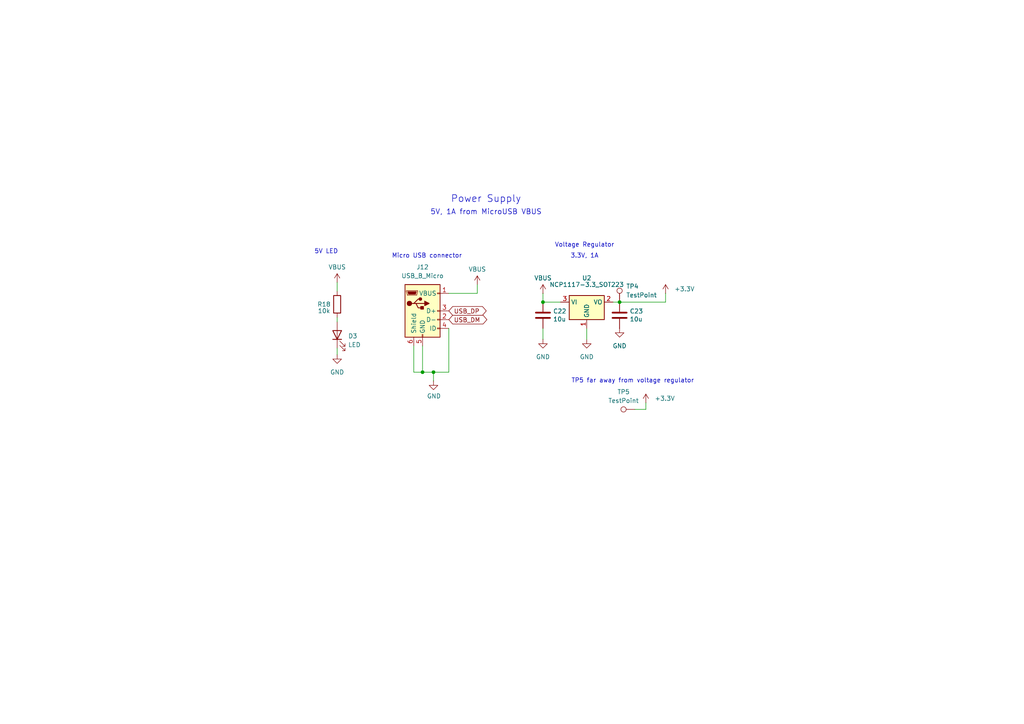
<source format=kicad_sch>
(kicad_sch (version 20250114) (generator "eeschema") (generator_version "9.0")
  (paper "A4")
  (lib_symbols
    (symbol "Connector:TestPoint" (pin_numbers (hide yes)) (pin_names (offset 0.762) (hide yes))
      (property "Reference" "TP" (at 0 6.858 0))
      (property "Value" "TestPoint" (at 0 5.08 0))
      (symbol "TestPoint_0_1"
        (circle (center 0 3.302) (radius 0.762))
      )
      (symbol "TestPoint_1_1"
        (pin passive line (at 0 0 90) (length 2.54) (name "1") (number "1"))
      )
    )
    (symbol "Connector:USB_B_Micro" (pin_names (offset 1.016))
      (property "Reference" "J2" (at 0 12.7 0))
      (property "Value" "USB_B_Micro" (at 0 10.16 0))
      (symbol "USB_B_Micro_0_1"
        (rectangle (start -5.08 -7.62) (end 5.08 7.62) (stroke (width 0.254)) (fill (type background)))
        (polyline (pts (xy -4.699 5.842) (xy -4.699 5.588) (xy -4.445 4.826) (xy -4.445 4.572) (xy -1.651 4.572) (xy -1.651 4.826) (xy -1.397 5.588) (xy -1.397 5.842) (xy -4.699 5.842)))
        (polyline (pts (xy -4.318 5.588) (xy -1.778 5.588) (xy -2.032 4.826) (xy -4.064 4.826) (xy -4.318 5.588)) (fill (type outline)))
        (circle (center -3.81 2.159) (radius 0.635) (stroke (width 0.254)) (fill (type outline)))
        (polyline (pts (xy -3.175 2.159) (xy -2.54 2.159) (xy -1.27 3.429) (xy -0.635 3.429)) (stroke (width 0.254)))
        (polyline (pts (xy -2.54 2.159) (xy -1.905 2.159) (xy -1.27 0.889) (xy 0 0.889)) (stroke (width 0.254)))
        (polyline (pts (xy -1.905 2.159) (xy 0.635 2.159)) (stroke (width 0.254)))
        (circle (center -0.635 3.429) (radius 0.381) (stroke (width 0.254)) (fill (type outline)))
        (rectangle (start -0.127 -7.62) (end 0.127 -6.858))
        (rectangle (start 0.254 1.27) (end -0.508 0.508) (stroke (width 0.254)) (fill (type outline)))
        (polyline (pts (xy 0.635 2.794) (xy 0.635 1.524) (xy 1.905 2.159) (xy 0.635 2.794)) (stroke (width 0.254)) (fill (type outline)))
        (rectangle (start 5.08 4.953) (end 4.318 5.207))
        (rectangle (start 5.08 -0.127) (end 4.318 0.127))
        (rectangle (start 5.08 -2.667) (end 4.318 -2.413))
        (rectangle (start 5.08 -5.207) (end 4.318 -4.953))
      )
      (symbol "USB_B_Micro_1_1"
        (pin passive line (at -2.54 -10.16 90) (length 2.54) (name "Shield") (number "6"))
        (pin power_out line (at 0 -10.16 90) (length 2.54) (name "GND") (number "5"))
        (pin power_out line (at 7.62 5.08 180) (length 2.54) (name "VBUS") (number "1"))
        (pin bidirectional line (at 7.62 0 180) (length 2.54) (name "D+") (number "3"))
        (pin bidirectional line (at 7.62 -2.54 180) (length 2.54) (name "D-") (number "2"))
        (pin passive line (at 7.62 -5.08 180) (length 2.54) (name "ID") (number "4"))
      )
    )
    (symbol "Device:C" (pin_numbers (hide yes)) (pin_names (offset 0.254))
      (property "Reference" "C" (at 0.635 2.54 0))
      (property "Value" "C" (at 0.635 -2.54 0))
      (symbol "C_0_1"
        (polyline (pts (xy -2.032 0.762) (xy 2.032 0.762)) (stroke (width 0.508)))
        (polyline (pts (xy -2.032 -0.762) (xy 2.032 -0.762)) (stroke (width 0.508)))
      )
      (symbol "C_1_1"
        (pin passive line (at 0 3.81 270) (length 2.794) (name "~") (number "1"))
        (pin passive line (at 0 -3.81 90) (length 2.794) (name "~") (number "2"))
      )
    )
    (symbol "Device:LED" (pin_numbers (hide yes)) (pin_names (offset 1.016) (hide yes))
      (property "Reference" "D" (at 0 2.54 0))
      (property "Value" "LED" (at 0 -2.54 0))
      (symbol "LED_0_1"
        (polyline (pts (xy -3.048 -0.762) (xy -4.572 -2.286) (xy -3.81 -2.286) (xy -4.572 -2.286) (xy -4.572 -1.524)))
        (polyline (pts (xy -1.778 -0.762) (xy -3.302 -2.286) (xy -2.54 -2.286) (xy -3.302 -2.286) (xy -3.302 -1.524)))
        (polyline (pts (xy -1.27 0) (xy 1.27 0)))
        (polyline (pts (xy -1.27 -1.27) (xy -1.27 1.27)) (stroke (width 0.254)))
        (polyline (pts (xy 1.27 -1.27) (xy 1.27 1.27) (xy -1.27 0) (xy 1.27 -1.27)) (stroke (width 0.254)))
      )
      (symbol "LED_1_1"
        (pin passive line (at -3.81 0 0) (length 2.54) (name "K") (number "1"))
        (pin passive line (at 3.81 0 180) (length 2.54) (name "A") (number "2"))
      )
    )
    (symbol "Device:R" (pin_numbers (hide yes)) (pin_names (offset 0))
      (property "Reference" "R" (at 2.032 0 90))
      (property "Value" "R" (at 0 0 90))
      (symbol "R_0_1"
        (rectangle (start -1.016 -2.54) (end 1.016 2.54) (stroke (width 0.254)))
      )
      (symbol "R_1_1"
        (pin passive line (at 0 3.81 270) (length 1.27) (name "~") (number "1"))
        (pin passive line (at 0 -3.81 90) (length 1.27) (name "~") (number "2"))
      )
    )
    (symbol "Regulator_Linear:NCP1117-3.3_SOT223"
      (property "Reference" "U" (at -3.81 3.175 0))
      (property "Value" "NCP1117-3.3_SOT223" (at 0 3.175 0))
      (symbol "NCP1117-3.3_SOT223_0_1"
        (rectangle (start -5.08 -5.08) (end 5.08 1.905) (stroke (width 0.254)) (fill (type background)))
      )
      (symbol "NCP1117-3.3_SOT223_1_1"
        (pin power_in line (at -7.62 0 0) (length 2.54) (name "VI") (number "3"))
        (pin power_in line (at 0 -7.62 90) (length 2.54) (name "GND") (number "1"))
        (pin power_out line (at 7.62 0 180) (length 2.54) (name "VO") (number "2"))
      )
    )
    (symbol "power:+3.3V" (power) (pin_numbers (hide yes)) (pin_names (offset 0) (hide yes))
      (property "Value" "+3.3V" (at 0 3.556 0))
      (symbol "+3.3V_0_1"
        (polyline (pts (xy -0.762 1.27) (xy 0 2.54)))
        (polyline (pts (xy 0 2.54) (xy 0.762 1.27)))
        (polyline (pts (xy 0 0) (xy 0 2.54)))
      )
      (symbol "+3.3V_1_1"
        (pin power_in line (at 0 0 90) (length 0) (name "~") (number "1"))
      )
    )
    (symbol "power:GND" (power) (pin_numbers (hide yes)) (pin_names (offset 0) (hide yes))
      (property "Value" "GND" (at 0 -3.81 0))
      (symbol "GND_0_1"
        (polyline (pts (xy 0 0) (xy 0 -1.27) (xy 1.27 -1.27) (xy 0 -2.54) (xy -1.27 -1.27) (xy 0 -1.27)))
      )
      (symbol "GND_1_1"
        (pin power_in line (at 0 0 270) (length 0) (name "~") (number "1"))
      )
    )
    (symbol "power:VBUS" (power) (pin_numbers (hide yes)) (pin_names (offset 0) (hide yes))
      (property "Value" "VBUS" (at 0 3.556 0))
      (symbol "VBUS_0_1"
        (polyline (pts (xy -0.762 1.27) (xy 0 2.54)))
        (polyline (pts (xy 0 2.54) (xy 0.762 1.27)))
        (polyline (pts (xy 0 0) (xy 0 2.54)))
      )
      (symbol "VBUS_1_1"
        (pin power_in line (at 0 0 90) (length 0) (name "~") (number "1"))
      )
    )
  )
  (text "5V LED" (at 94.615 73.025 0) (effects (font (size 1.27 1.27))))
  (text "5V, 1A from MicroUSB VBUS" (at 140.97 61.595 0) (effects (font (size 1.5 1.5))))
  (text "3.3V, 1A" (at 169.545 74.295 0) (effects (font (size 1.27 1.27))))
  (text "Micro USB connector" (at 123.825 74.295 0) (effects (font (size 1.27 1.27))))
  (text "Power Supply" (at 140.97 57.785 0) (effects (font (size 2 2))))
  (text "Voltage Regulator" (at 169.545 71.12 0) (effects (font (size 1.27 1.27))))
  (text "TP5 far away from voltage regulator" (at 183.515 110.49 0) (effects (font (size 1.27 1.27))))
  (junction (at 179.705 87.63))
  (junction (at 125.73 107.95))
  (junction (at 157.48 87.63))
  (junction (at 122.555 107.95))
  (wire (pts (xy 125.73 107.95) (xy 130.175 107.95)))
  (wire (pts (xy 97.79 100.965) (xy 97.79 102.87)))
  (wire (pts (xy 193.04 87.63) (xy 179.705 87.63)))
  (wire (pts (xy 157.48 98.425) (xy 157.48 95.25)))
  (wire (pts (xy 138.43 85.09) (xy 138.43 82.55)))
  (wire (pts (xy 157.48 85.09) (xy 157.48 87.63)))
  (wire (pts (xy 125.73 107.95) (xy 125.73 110.49)))
  (wire (pts (xy 157.48 87.63) (xy 162.56 87.63)))
  (wire (pts (xy 122.555 107.95) (xy 125.73 107.95)))
  (wire (pts (xy 130.175 95.25) (xy 130.175 107.95)))
  (wire (pts (xy 170.18 95.25) (xy 170.18 98.425)))
  (wire (pts (xy 187.325 118.745) (xy 187.325 116.84)))
  (wire (pts (xy 120.015 100.33) (xy 120.015 107.95)))
  (wire (pts (xy 120.015 107.95) (xy 122.555 107.95)))
  (wire (pts (xy 193.04 85.09) (xy 193.04 87.63)))
  (wire (pts (xy 130.175 85.09) (xy 138.43 85.09)))
  (wire (pts (xy 177.8 87.63) (xy 179.705 87.63)))
  (wire (pts (xy 184.15 118.745) (xy 187.325 118.745)))
  (wire (pts (xy 97.79 81.915) (xy 97.79 84.455)))
  (wire (pts (xy 122.555 100.33) (xy 122.555 107.95)))
  (wire (pts (xy 97.79 92.075) (xy 97.79 93.345)))
  (global_label "USB_DP" (shape bidirectional) (at 130.175 90.17 0) (effects (font (thickness 0.1588))) (property "Intersheetrefs" "${INTERSHEET_REFS}" (effects (hide yes))))
  (global_label "USB_DM" (shape bidirectional) (at 130.175 92.71 0) (effects (font (thickness 0.1588))) (property "Intersheetrefs" "${INTERSHEET_REFS}" (effects (hide yes))))
  (symbol (lib_id "power:VBUS") (at 157.48 85.09 0) (unit 1)
    (property "Reference" "#PWR01" (effects (hide yes)))
    (property "Value" "VBUS" (at 157.48 80.645 0))
    (property "Description" "Power symbol creates a global label with name \"VBUS\"" (effects (hide yes)))
  )
  (symbol (lib_id "Device:C") (at 157.48 91.44 0) (unit 1)
    (property "Reference" "C22" (at 160.401 90.2716 0) (effects (justify left)))
    (property "Value" "10u" (at 160.401 92.583 0) (effects (justify left)))
    (property "Footprint" "Capacitor_SMD:C_0805_2012Metric" (effects (hide yes)))
  )
  (symbol (lib_id "power:GND") (at 179.705 95.25 0) (unit 1)
    (property "Reference" "#PWR07" (effects (hide yes)))
    (property "Value" "GND" (at 179.705 100.33 0))
    (property "Description" "Power symbol creates a global label with name \"GND\" , ground" (effects (hide yes)))
  )
  (symbol (lib_id "Connector:TestPoint") (at 179.705 87.63 0) (unit 1)
    (property "Reference" "TP4" (at 181.61 83.0579 0) (effects (justify left)))
    (property "Value" "TestPoint" (at 181.61 85.5979 0) (effects (justify left)))
    (property "Footprint" "1my_footprints:TH_BD3.2-D2.0" (effects (hide yes)))
    (property "Description" "test point" (effects (hide yes)))
  )
  (symbol (lib_id "power:VBUS") (at 97.79 81.915 0) (unit 1)
    (property "Reference" "#PWR02" (effects (hide yes)))
    (property "Value" "VBUS" (at 97.79 77.47 0))
    (property "Description" "Power symbol creates a global label with name \"VBUS\"" (effects (hide yes)))
  )
  (symbol (lib_id "Device:LED") (at 97.79 97.155 90) (unit 1)
    (property "Reference" "D3" (at 100.965 97.4724 90) (effects (justify right)))
    (property "Value" "LED" (at 100.965 100.0124 90) (effects (justify right)))
    (property "Footprint" "LED_SMD:LED_0603_1608Metric" (effects (hide yes)))
    (property "Description" "Light emitting diode" (effects (hide yes)))
    (property "Sim.Pins" "1=K 2=A" (effects (hide yes)))
  )
  (symbol (lib_id "power:GND") (at 170.18 98.425 0) (unit 1)
    (property "Reference" "#PWR06" (effects (hide yes)))
    (property "Value" "GND" (at 170.18 103.505 0))
    (property "Description" "Power symbol creates a global label with name \"GND\" , ground" (effects (hide yes)))
  )
  (symbol (lib_id "power:VBUS") (at 138.43 82.55 0) (unit 1)
    (property "Reference" "#PWR09" (effects (hide yes)))
    (property "Value" "VBUS" (at 138.43 78.105 0))
    (property "Description" "Power symbol creates a global label with name \"VBUS\"" (effects (hide yes)))
  )
  (symbol (lib_id "Device:R") (at 97.79 88.265 0) (unit 1)
    (property "Reference" "R18" (at 93.98 88.265 0))
    (property "Value" "10k" (at 93.98 90.17 0))
    (property "Footprint" "Resistor_SMD:R_0603_1608Metric" (effects (hide yes)))
  )
  (symbol (lib_id "power:GND") (at 157.48 98.425 0) (unit 1)
    (property "Reference" "#PWR087" (effects (hide yes)))
    (property "Value" "GND" (at 157.48 103.505 0))
    (property "Description" "Power symbol creates a global label with name \"GND\" , ground" (effects (hide yes)))
  )
  (symbol (lib_id "Connector:TestPoint") (at 184.15 118.745 90) (unit 1)
    (property "Reference" "TP5" (at 180.848 113.665 90))
    (property "Value" "TestPoint" (at 180.848 116.205 90))
    (property "Footprint" "1my_footprints:TH_BD3.2-D2.0" (effects (hide yes)))
    (property "Description" "test point" (effects (hide yes)))
  )
  (symbol (lib_id "Regulator_Linear:NCP1117-3.3_SOT223") (at 170.18 87.63 0) (unit 1)
    (property "Reference" "U2" (at 170.18 80.645 0))
    (property "Value" "NCP1117-3.3_SOT223" (at 170.18 82.55 0))
    (property "Footprint" "Package_TO_SOT_SMD:SOT-223-3_TabPin2" (effects (hide yes)))
    (property "Datasheet" "http://www.onsemi.com/pub_link/Collateral/NCP1117-D.PDF" (effects (hide yes)))
  )
  (symbol (lib_id "power:GND") (at 125.73 110.49 0) (unit 1)
    (property "Reference" "#PWR0111" (effects (hide yes)))
    (property "Value" "GND" (at 125.857 114.8842 0))
  )
  (symbol (lib_id "Device:C") (at 179.705 91.44 0) (unit 1)
    (property "Reference" "C23" (at 182.626 90.2716 0) (effects (justify left)))
    (property "Value" "10u" (at 182.626 92.583 0) (effects (justify left)))
    (property "Footprint" "Capacitor_SMD:C_0805_2012Metric" (effects (hide yes)))
  )
  (symbol (lib_id "power:+3.3V") (at 187.325 116.84 0) (unit 1)
    (property "Reference" "#PWR097" (effects (hide yes)))
    (property "Value" "+3.3V" (at 189.865 115.5699 0) (effects (justify left)))
    (property "Description" "Power symbol creates a global label with name \"+3.3V\"" (effects (hide yes)))
  )
  (symbol (lib_id "power:GND") (at 97.79 102.87 0) (unit 1)
    (property "Reference" "#PWR089" (effects (hide yes)))
    (property "Value" "GND" (at 97.79 107.95 0))
    (property "Description" "Power symbol creates a global label with name \"GND\" , ground" (effects (hide yes)))
  )
  (symbol (lib_id "Connector:USB_B_Micro") (at 122.555 90.17 0) (unit 1)
    (property "Reference" "J12" (at 122.555 77.47 0))
    (property "Value" "USB_B_Micro" (at 122.555 80.01 0))
    (property "Footprint" "1my_footprints:MICRO-USB-SMD_5P-P0.65-H-F_105164-0001" (effects (hide yes)))
    (property "Description" "USB Micro Type B connector" (effects (hide yes)))
  )
  (symbol (lib_id "power:+3.3V") (at 193.04 85.09 0) (unit 1)
    (property "Reference" "#PWR088" (effects (hide yes)))
    (property "Value" "+3.3V" (at 195.58 83.8199 0) (effects (justify left)))
    (property "Description" "Power symbol creates a global label with name \"+3.3V\"" (effects (hide yes)))
  )
)
</source>
